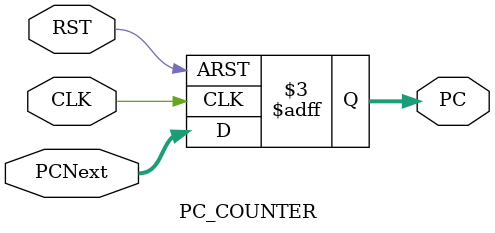
<source format=v>
module PC_COUNTER (
    input wire CLK,              // Clock signal
    input wire RST,              // Active-low reset signal
    input wire [31:0] PCNext,    // Next PC value (input from instruction logic)
    output reg [31:0] PC         // Current PC value (program counter output)
);
    
    // Sequential block triggered on rising edge of clock or falling edge of reset
    always @(posedge CLK or negedge RST) 
    begin
        if (!RST) 
            begin
                // If reset is asserted (active-low), reset PC to 0
                PC <= 32'd0;
            end
        else 
            begin
                // Otherwise, load next PC value
                PC <= PCNext;
            end
    end
   
endmodule


</source>
